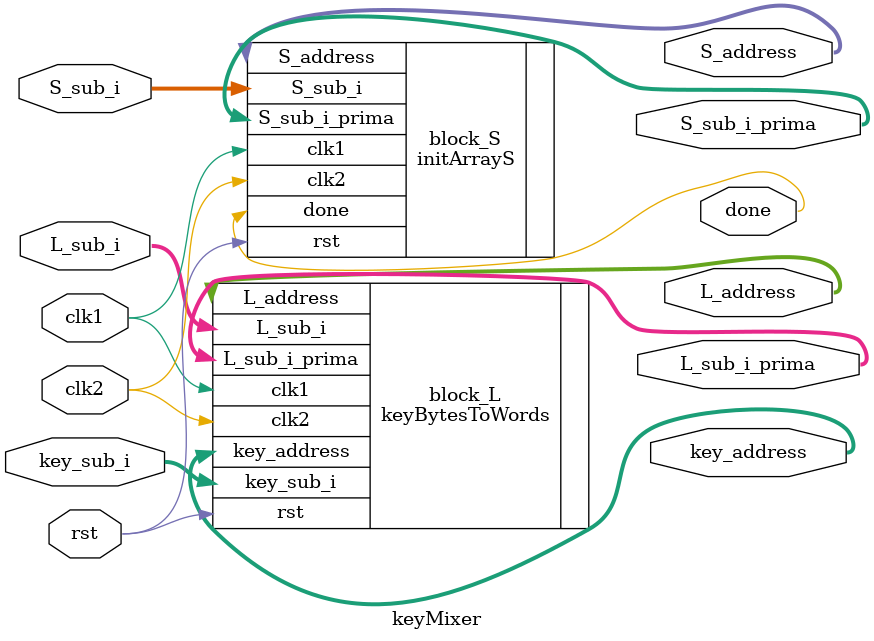
<source format=v>
`include "L_operation.v"
`include "S_operation.v"


module keyMixer 
#(
	parameter b = 16,
	parameter b_length = 4,
	parameter w = 32,
	parameter u = 4,
	parameter c_length = 2,
	parameter t = 26,
	parameter t_length = $clog2(t),
	parameter qW = 32'h9E3779B9
)

(
	// Entradas generales
	input clk1,
	input clk2,
	input rst,
	// Entradas/salidas para L.
	input [7:0] key_sub_i,
	input [w-1:0] L_sub_i,
	output [b_length-1:0] key_address,
	output [c_length-1:0] L_address,
	output [w-1:0] L_sub_i_prima,
	// Entradas/salidas para S.
	input [w-1:0]S_sub_i,
	output [w-1:0] S_sub_i_prima,
	output [t_length-1:0] S_address,
	output done
);

	keyBytesToWords 
	#(
		.b(b),
        .b_length(b_length),
        .w(w),
        .u(u),
        .c_length(c_length)
	)
	block_L
	(
        .clk1(clk1),
        .clk2(clk2),
        .rst(rst),
        .key_sub_i(key_sub_i),
        .L_sub_i(L_sub_i),
        .L_sub_i_prima(L_sub_i_prima),
        .key_address(key_address),
        .L_address(L_address)

	);
	///////////////////
	initArrayS
	#(
		.w(w),
        .t(t),
        .t_length(t_length),
        .qW(qW)
	)
	block_S
	(
		.clk1(clk1),
        .clk2(clk2),
        .rst(rst),
        .S_sub_i(S_sub_i),
        .S_sub_i_prima(S_sub_i_prima),
        .S_address(S_address),
        .done(done)	
	);

endmodule
</source>
